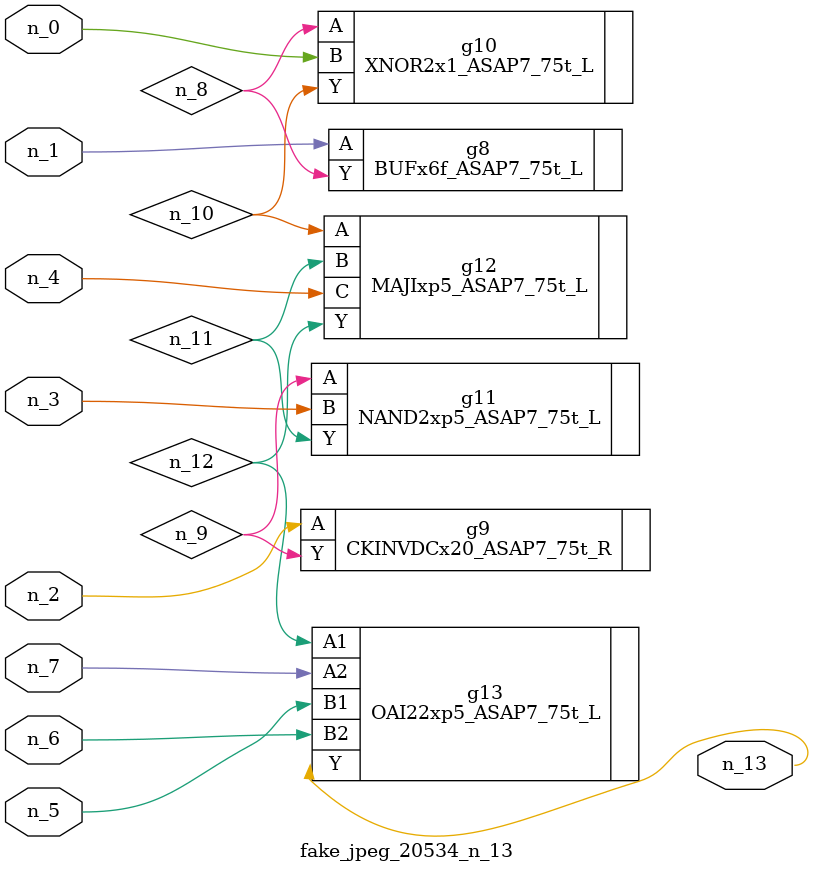
<source format=v>
module fake_jpeg_20534_n_13 (n_3, n_2, n_1, n_0, n_4, n_6, n_5, n_7, n_13);

input n_3;
input n_2;
input n_1;
input n_0;
input n_4;
input n_6;
input n_5;
input n_7;

output n_13;

wire n_11;
wire n_10;
wire n_12;
wire n_8;
wire n_9;

BUFx6f_ASAP7_75t_L g8 ( 
.A(n_1),
.Y(n_8)
);

CKINVDCx20_ASAP7_75t_R g9 ( 
.A(n_2),
.Y(n_9)
);

XNOR2x1_ASAP7_75t_L g10 ( 
.A(n_8),
.B(n_0),
.Y(n_10)
);

MAJIxp5_ASAP7_75t_L g12 ( 
.A(n_10),
.B(n_11),
.C(n_4),
.Y(n_12)
);

NAND2xp5_ASAP7_75t_L g11 ( 
.A(n_9),
.B(n_3),
.Y(n_11)
);

OAI22xp5_ASAP7_75t_L g13 ( 
.A1(n_12),
.A2(n_7),
.B1(n_5),
.B2(n_6),
.Y(n_13)
);


endmodule
</source>
